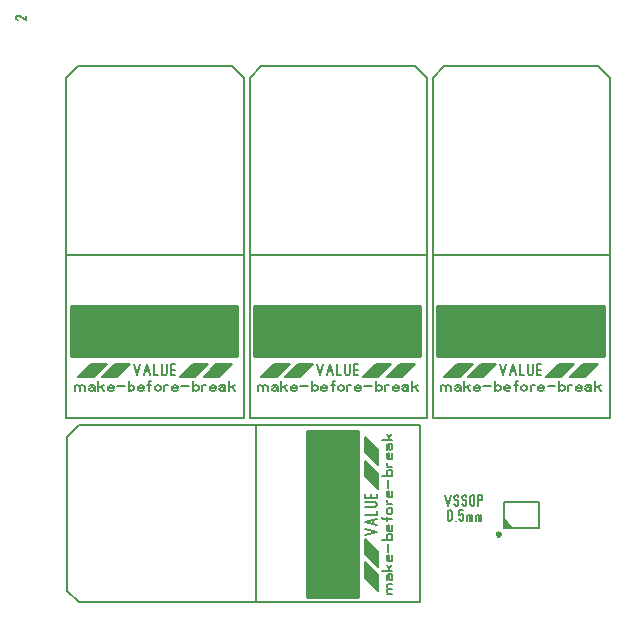
<source format=gbr>
%FSLAX34Y34*%
%MOMM*%
%LNSILK_TOP*%
G71*
G01*
%ADD10C, 0.159*%
%ADD11C, 0.200*%
%ADD12C, 0.150*%
%ADD13C, 0.175*%
%ADD14C, 0.300*%
%ADD15C, 0.151*%
%LPD*%
G54D10*
X0Y3556D02*
X0Y0D01*
X-556Y0D01*
X-1667Y444D01*
X-5000Y3111D01*
X-6111Y3556D01*
X-7222Y3556D01*
X-8333Y3111D01*
X-8889Y2222D01*
X-8889Y1333D01*
X-8333Y444D01*
X-7222Y0D01*
G54D10*
X354763Y-402392D02*
X356986Y-411280D01*
X359208Y-402392D01*
G54D10*
X362318Y-409614D02*
X362763Y-410725D01*
X363652Y-411280D01*
X364541Y-411280D01*
X365430Y-410725D01*
X365874Y-409614D01*
X365874Y-408503D01*
X365430Y-407392D01*
X364541Y-406836D01*
X363652Y-406836D01*
X362763Y-406280D01*
X362318Y-405170D01*
X362318Y-404058D01*
X362763Y-402947D01*
X363652Y-402392D01*
X364541Y-402392D01*
X365430Y-402947D01*
X365874Y-404058D01*
G54D10*
X368985Y-409614D02*
X369430Y-410725D01*
X370319Y-411280D01*
X371208Y-411280D01*
X372097Y-410725D01*
X372541Y-409614D01*
X372541Y-408503D01*
X372097Y-407392D01*
X371208Y-406836D01*
X370319Y-406836D01*
X369430Y-406280D01*
X368985Y-405170D01*
X368985Y-404058D01*
X369430Y-402947D01*
X370319Y-402392D01*
X371208Y-402392D01*
X372097Y-402947D01*
X372541Y-404058D01*
G54D10*
X379208Y-404058D02*
X379208Y-409614D01*
X378764Y-410725D01*
X377875Y-411280D01*
X376986Y-411280D01*
X376097Y-410725D01*
X375652Y-409614D01*
X375652Y-404058D01*
X376097Y-402947D01*
X376986Y-402392D01*
X377875Y-402392D01*
X378764Y-402947D01*
X379208Y-404058D01*
G54D10*
X382319Y-411280D02*
X382319Y-402392D01*
X384542Y-402392D01*
X385431Y-402947D01*
X385875Y-404058D01*
X385875Y-405170D01*
X385431Y-406280D01*
X384542Y-406836D01*
X382319Y-406836D01*
G54D11*
X434097Y-429919D02*
X404097Y-429919D01*
X404097Y-407919D01*
X434097Y-407919D01*
X434097Y-429919D01*
G36*
X404097Y-422919D02*
X411097Y-429919D01*
X404097Y-429919D01*
X404097Y-422919D01*
G37*
G54D11*
X404097Y-422919D02*
X411097Y-429919D01*
X404097Y-429919D01*
X404097Y-422919D01*
G54D11*
G75*
G01X402097Y-435919D02*
G03X402097Y-435919I-2000J0D01*
G01*
G36*
G75*
G01X402097Y-435919D02*
G03X402097Y-435919I-2000J0D01*
G01*
G37*
X402097Y-435919D01*
G54D10*
X360319Y-417058D02*
X360319Y-422614D01*
X359875Y-423725D01*
X358986Y-424280D01*
X358097Y-424280D01*
X357208Y-423725D01*
X356763Y-422614D01*
X356763Y-417058D01*
X357208Y-415947D01*
X358097Y-415392D01*
X358986Y-415392D01*
X359875Y-415947D01*
X360319Y-417058D01*
G54D10*
X363430Y-424280D02*
X363430Y-424280D01*
G54D10*
X370097Y-415392D02*
X366541Y-415392D01*
X366541Y-419280D01*
X366986Y-419280D01*
X367875Y-418725D01*
X368764Y-418725D01*
X369653Y-419280D01*
X370097Y-420392D01*
X370097Y-422614D01*
X369653Y-423725D01*
X368764Y-424280D01*
X367875Y-424280D01*
X366986Y-423725D01*
X366541Y-422614D01*
G54D10*
X373208Y-424280D02*
X373208Y-419280D01*
G54D10*
X373208Y-420170D02*
X374097Y-419280D01*
X374986Y-419614D01*
X375431Y-420392D01*
X375431Y-424280D01*
G54D10*
X375431Y-420170D02*
X376320Y-419280D01*
X377208Y-419614D01*
X377653Y-420392D01*
X377653Y-424280D01*
G54D10*
X380763Y-424280D02*
X380763Y-419280D01*
G54D10*
X380763Y-420170D02*
X381652Y-419280D01*
X382541Y-419614D01*
X382986Y-420392D01*
X382986Y-424280D01*
G54D10*
X382986Y-420170D02*
X383875Y-419280D01*
X384763Y-419614D01*
X385208Y-420392D01*
X385208Y-424280D01*
G54D12*
X184000Y-199000D02*
X34000Y-199000D01*
G54D13*
X91319Y-291278D02*
X93764Y-301056D01*
X96208Y-291278D01*
G54D13*
X99630Y-301056D02*
X102074Y-291278D01*
X104519Y-301056D01*
G54D13*
X100608Y-297389D02*
X103541Y-297389D01*
G54D13*
X107941Y-291278D02*
X107941Y-301056D01*
X111363Y-301056D01*
G54D13*
X114785Y-291278D02*
X114785Y-299222D01*
X115274Y-300444D01*
X116252Y-301056D01*
X117230Y-301056D01*
X118207Y-300444D01*
X118696Y-299222D01*
X118696Y-291278D01*
G54D13*
X125540Y-301056D02*
X122118Y-301056D01*
X122118Y-291278D01*
X125540Y-291278D01*
G54D13*
X122118Y-296167D02*
X125540Y-296167D01*
G36*
X38669Y-242919D02*
X178669Y-242919D01*
X178669Y-284919D01*
X38669Y-284919D01*
X38669Y-242919D01*
G37*
G54D14*
X38669Y-242919D02*
X178669Y-242919D01*
X178669Y-284919D01*
X38669Y-284919D01*
X38669Y-242919D01*
G54D12*
X34000Y-49000D02*
X44000Y-39000D01*
X174000Y-39000D01*
X184000Y-49000D01*
X184000Y-337500D01*
X34000Y-337500D01*
X34000Y-49000D01*
G36*
X88000Y-291000D02*
X77000Y-302000D01*
X64000Y-302000D01*
X75000Y-291000D01*
X88000Y-291000D01*
G37*
G54D12*
X88000Y-291000D02*
X77000Y-302000D01*
X64000Y-302000D01*
X75000Y-291000D01*
X88000Y-291000D01*
G36*
X68000Y-291000D02*
X57000Y-302000D01*
X44000Y-302000D01*
X55000Y-291000D01*
X68000Y-291000D01*
G37*
G54D12*
X68000Y-291000D02*
X57000Y-302000D01*
X44000Y-302000D01*
X55000Y-291000D01*
X68000Y-291000D01*
G36*
X154000Y-291000D02*
X143000Y-302000D01*
X130000Y-302000D01*
X141000Y-291000D01*
X154000Y-291000D01*
G37*
G54D12*
X154000Y-291000D02*
X143000Y-302000D01*
X130000Y-302000D01*
X141000Y-291000D01*
X154000Y-291000D01*
G36*
X174000Y-291000D02*
X163000Y-302000D01*
X150000Y-302000D01*
X161000Y-291000D01*
X174000Y-291000D01*
G37*
G54D12*
X174000Y-291000D02*
X163000Y-302000D01*
X150000Y-302000D01*
X161000Y-291000D01*
X174000Y-291000D01*
G54D15*
X41319Y-314056D02*
X41319Y-309306D01*
G54D15*
X41319Y-310150D02*
X43008Y-309306D01*
X44697Y-309622D01*
X45541Y-310361D01*
X45541Y-314056D01*
G54D15*
X45541Y-310150D02*
X47230Y-309306D01*
X48919Y-309622D01*
X49763Y-310361D01*
X49763Y-314056D01*
G54D15*
X52719Y-309833D02*
X54408Y-309306D01*
X56435Y-309306D01*
X57786Y-310361D01*
X57786Y-314056D01*
G54D15*
X57786Y-312472D02*
X56941Y-311417D01*
X55252Y-311206D01*
X53563Y-311417D01*
X52719Y-312472D01*
X53057Y-313528D01*
X54408Y-314056D01*
X55252Y-314056D01*
X55590Y-314056D01*
X56941Y-313528D01*
X57786Y-312472D01*
G54D15*
X60742Y-314056D02*
X60742Y-305611D01*
G54D15*
X63275Y-310889D02*
X65809Y-314056D01*
G54D15*
X60742Y-311944D02*
X65809Y-309306D01*
G54D15*
X73832Y-313528D02*
X72481Y-314056D01*
X70792Y-314056D01*
X69103Y-313528D01*
X68765Y-312472D01*
X68765Y-310678D01*
X69609Y-309622D01*
X71298Y-309306D01*
X72987Y-309622D01*
X73832Y-310361D01*
X73832Y-311417D01*
X68765Y-311417D01*
G54D15*
X76788Y-310361D02*
X83544Y-310361D01*
G54D15*
X86500Y-314056D02*
X86500Y-305611D01*
G54D15*
X86500Y-310678D02*
X87344Y-309622D01*
X89033Y-309306D01*
X90722Y-309622D01*
X91567Y-310678D01*
X91567Y-312789D01*
X90722Y-313844D01*
X89033Y-314056D01*
X87344Y-313844D01*
X86500Y-312789D01*
G54D15*
X99590Y-313528D02*
X98239Y-314056D01*
X96550Y-314056D01*
X94861Y-313528D01*
X94523Y-312472D01*
X94523Y-310678D01*
X95367Y-309622D01*
X97056Y-309306D01*
X98745Y-309622D01*
X99590Y-310361D01*
X99590Y-311417D01*
X94523Y-311417D01*
G54D15*
X104235Y-314056D02*
X104235Y-306139D01*
X105079Y-305611D01*
X105924Y-305928D01*
G54D15*
X102546Y-309306D02*
X105924Y-309306D01*
G54D15*
X113947Y-312789D02*
X113947Y-310678D01*
X113102Y-309622D01*
X111413Y-309306D01*
X109724Y-309622D01*
X108880Y-310678D01*
X108880Y-312789D01*
X109724Y-313844D01*
X111413Y-314056D01*
X113102Y-313844D01*
X113947Y-312789D01*
G54D15*
X116903Y-314056D02*
X116903Y-309306D01*
G54D15*
X116903Y-310361D02*
X118592Y-309306D01*
X120281Y-309306D01*
G54D15*
X128304Y-313528D02*
X126953Y-314056D01*
X125264Y-314056D01*
X123575Y-313528D01*
X123237Y-312472D01*
X123237Y-310678D01*
X124081Y-309622D01*
X125770Y-309306D01*
X127459Y-309622D01*
X128304Y-310361D01*
X128304Y-311417D01*
X123237Y-311417D01*
G54D15*
X131260Y-310361D02*
X138016Y-310361D01*
G54D15*
X140972Y-314056D02*
X140972Y-305611D01*
G54D15*
X140972Y-310678D02*
X141816Y-309622D01*
X143505Y-309306D01*
X145194Y-309622D01*
X146039Y-310678D01*
X146039Y-312789D01*
X145194Y-313844D01*
X143505Y-314056D01*
X141816Y-313844D01*
X140972Y-312789D01*
G54D15*
X148995Y-314056D02*
X148995Y-309306D01*
G54D15*
X148995Y-310361D02*
X150684Y-309306D01*
X152373Y-309306D01*
G54D15*
X160396Y-313528D02*
X159044Y-314056D01*
X157356Y-314056D01*
X155667Y-313528D01*
X155329Y-312472D01*
X155329Y-310678D01*
X156173Y-309622D01*
X157862Y-309306D01*
X159551Y-309622D01*
X160396Y-310361D01*
X160396Y-311417D01*
X155329Y-311417D01*
G54D15*
X163352Y-309833D02*
X165041Y-309306D01*
X167067Y-309306D01*
X168419Y-310361D01*
X168419Y-314056D01*
G54D15*
X168419Y-312472D02*
X167574Y-311417D01*
X165885Y-311206D01*
X164196Y-311417D01*
X163352Y-312472D01*
X163690Y-313528D01*
X165041Y-314056D01*
X165885Y-314056D01*
X166223Y-314056D01*
X167574Y-313528D01*
X168419Y-312472D01*
G54D15*
X171375Y-314056D02*
X171375Y-305611D01*
G54D15*
X173908Y-310889D02*
X176442Y-314056D01*
G54D15*
X171375Y-311944D02*
X176442Y-309306D01*
G54D12*
X339000Y-199000D02*
X189000Y-199000D01*
G54D13*
X246319Y-291278D02*
X248764Y-301056D01*
X251208Y-291278D01*
G54D13*
X254630Y-301056D02*
X257074Y-291278D01*
X259519Y-301056D01*
G54D13*
X255608Y-297389D02*
X258541Y-297389D01*
G54D13*
X262941Y-291278D02*
X262941Y-301056D01*
X266363Y-301056D01*
G54D13*
X269785Y-291278D02*
X269785Y-299222D01*
X270274Y-300444D01*
X271252Y-301056D01*
X272230Y-301056D01*
X273207Y-300444D01*
X273696Y-299222D01*
X273696Y-291278D01*
G54D13*
X280540Y-301056D02*
X277118Y-301056D01*
X277118Y-291278D01*
X280540Y-291278D01*
G54D13*
X277118Y-296167D02*
X280540Y-296167D01*
G36*
X193669Y-242919D02*
X333669Y-242919D01*
X333669Y-284919D01*
X193669Y-284919D01*
X193669Y-242919D01*
G37*
G54D14*
X193669Y-242919D02*
X333669Y-242919D01*
X333669Y-284919D01*
X193669Y-284919D01*
X193669Y-242919D01*
G54D12*
X189000Y-49000D02*
X199000Y-39000D01*
X329000Y-39000D01*
X339000Y-49000D01*
X339000Y-337500D01*
X189000Y-337500D01*
X189000Y-49000D01*
G36*
X243000Y-291000D02*
X232000Y-302000D01*
X219000Y-302000D01*
X230000Y-291000D01*
X243000Y-291000D01*
G37*
G54D12*
X243000Y-291000D02*
X232000Y-302000D01*
X219000Y-302000D01*
X230000Y-291000D01*
X243000Y-291000D01*
G36*
X223000Y-291000D02*
X212000Y-302000D01*
X199000Y-302000D01*
X210000Y-291000D01*
X223000Y-291000D01*
G37*
G54D12*
X223000Y-291000D02*
X212000Y-302000D01*
X199000Y-302000D01*
X210000Y-291000D01*
X223000Y-291000D01*
G36*
X309000Y-291000D02*
X298000Y-302000D01*
X285000Y-302000D01*
X296000Y-291000D01*
X309000Y-291000D01*
G37*
G54D12*
X309000Y-291000D02*
X298000Y-302000D01*
X285000Y-302000D01*
X296000Y-291000D01*
X309000Y-291000D01*
G36*
X329000Y-291000D02*
X318000Y-302000D01*
X305000Y-302000D01*
X316000Y-291000D01*
X329000Y-291000D01*
G37*
G54D12*
X329000Y-291000D02*
X318000Y-302000D01*
X305000Y-302000D01*
X316000Y-291000D01*
X329000Y-291000D01*
G54D15*
X196319Y-314056D02*
X196319Y-309306D01*
G54D15*
X196319Y-310150D02*
X198008Y-309306D01*
X199697Y-309622D01*
X200541Y-310361D01*
X200541Y-314056D01*
G54D15*
X200541Y-310150D02*
X202230Y-309306D01*
X203919Y-309622D01*
X204763Y-310361D01*
X204763Y-314056D01*
G54D15*
X207719Y-309833D02*
X209408Y-309306D01*
X211435Y-309306D01*
X212786Y-310361D01*
X212786Y-314056D01*
G54D15*
X212786Y-312472D02*
X211941Y-311417D01*
X210252Y-311206D01*
X208563Y-311417D01*
X207719Y-312472D01*
X208057Y-313528D01*
X209408Y-314056D01*
X210252Y-314056D01*
X210590Y-314056D01*
X211941Y-313528D01*
X212786Y-312472D01*
G54D15*
X215742Y-314056D02*
X215742Y-305611D01*
G54D15*
X218275Y-310889D02*
X220809Y-314056D01*
G54D15*
X215742Y-311944D02*
X220809Y-309306D01*
G54D15*
X228832Y-313528D02*
X227481Y-314056D01*
X225792Y-314056D01*
X224103Y-313528D01*
X223765Y-312472D01*
X223765Y-310678D01*
X224609Y-309622D01*
X226298Y-309306D01*
X227987Y-309622D01*
X228832Y-310361D01*
X228832Y-311417D01*
X223765Y-311417D01*
G54D15*
X231788Y-310361D02*
X238544Y-310361D01*
G54D15*
X241500Y-314056D02*
X241500Y-305611D01*
G54D15*
X241500Y-310678D02*
X242344Y-309622D01*
X244033Y-309306D01*
X245722Y-309622D01*
X246567Y-310678D01*
X246567Y-312789D01*
X245722Y-313844D01*
X244033Y-314056D01*
X242344Y-313844D01*
X241500Y-312789D01*
G54D15*
X254590Y-313528D02*
X253239Y-314056D01*
X251550Y-314056D01*
X249861Y-313528D01*
X249523Y-312472D01*
X249523Y-310678D01*
X250367Y-309622D01*
X252056Y-309306D01*
X253745Y-309622D01*
X254590Y-310361D01*
X254590Y-311417D01*
X249523Y-311417D01*
G54D15*
X259235Y-314056D02*
X259235Y-306139D01*
X260079Y-305611D01*
X260924Y-305928D01*
G54D15*
X257546Y-309306D02*
X260924Y-309306D01*
G54D15*
X268947Y-312789D02*
X268947Y-310678D01*
X268102Y-309622D01*
X266413Y-309306D01*
X264724Y-309622D01*
X263880Y-310678D01*
X263880Y-312789D01*
X264724Y-313844D01*
X266413Y-314056D01*
X268102Y-313844D01*
X268947Y-312789D01*
G54D15*
X271903Y-314056D02*
X271903Y-309306D01*
G54D15*
X271903Y-310361D02*
X273592Y-309306D01*
X275281Y-309306D01*
G54D15*
X283304Y-313528D02*
X281953Y-314056D01*
X280264Y-314056D01*
X278575Y-313528D01*
X278237Y-312472D01*
X278237Y-310678D01*
X279081Y-309622D01*
X280770Y-309306D01*
X282459Y-309622D01*
X283304Y-310361D01*
X283304Y-311417D01*
X278237Y-311417D01*
G54D15*
X286260Y-310361D02*
X293016Y-310361D01*
G54D15*
X295972Y-314056D02*
X295972Y-305611D01*
G54D15*
X295972Y-310678D02*
X296816Y-309622D01*
X298505Y-309306D01*
X300194Y-309622D01*
X301039Y-310678D01*
X301039Y-312789D01*
X300194Y-313844D01*
X298505Y-314056D01*
X296816Y-313844D01*
X295972Y-312789D01*
G54D15*
X303995Y-314056D02*
X303995Y-309306D01*
G54D15*
X303995Y-310361D02*
X305684Y-309306D01*
X307373Y-309306D01*
G54D15*
X315396Y-313528D02*
X314044Y-314056D01*
X312356Y-314056D01*
X310667Y-313528D01*
X310329Y-312472D01*
X310329Y-310678D01*
X311173Y-309622D01*
X312862Y-309306D01*
X314551Y-309622D01*
X315396Y-310361D01*
X315396Y-311417D01*
X310329Y-311417D01*
G54D15*
X318352Y-309833D02*
X320041Y-309306D01*
X322067Y-309306D01*
X323419Y-310361D01*
X323419Y-314056D01*
G54D15*
X323419Y-312472D02*
X322574Y-311417D01*
X320885Y-311206D01*
X319196Y-311417D01*
X318352Y-312472D01*
X318690Y-313528D01*
X320041Y-314056D01*
X320885Y-314056D01*
X321223Y-314056D01*
X322574Y-313528D01*
X323419Y-312472D01*
G54D15*
X326375Y-314056D02*
X326375Y-305611D01*
G54D15*
X328908Y-310889D02*
X331442Y-314056D01*
G54D15*
X326375Y-311944D02*
X331442Y-309306D01*
G54D12*
X494000Y-199000D02*
X344000Y-199000D01*
G54D13*
X401319Y-291278D02*
X403764Y-301056D01*
X406208Y-291278D01*
G54D13*
X409630Y-301056D02*
X412074Y-291278D01*
X414519Y-301056D01*
G54D13*
X410608Y-297389D02*
X413541Y-297389D01*
G54D13*
X417941Y-291278D02*
X417941Y-301056D01*
X421363Y-301056D01*
G54D13*
X424785Y-291278D02*
X424785Y-299222D01*
X425274Y-300444D01*
X426252Y-301056D01*
X427230Y-301056D01*
X428207Y-300444D01*
X428696Y-299222D01*
X428696Y-291278D01*
G54D13*
X435540Y-301056D02*
X432118Y-301056D01*
X432118Y-291278D01*
X435540Y-291278D01*
G54D13*
X432118Y-296167D02*
X435540Y-296167D01*
G36*
X348669Y-242919D02*
X488669Y-242919D01*
X488669Y-284919D01*
X348669Y-284919D01*
X348669Y-242919D01*
G37*
G54D14*
X348669Y-242919D02*
X488669Y-242919D01*
X488669Y-284919D01*
X348669Y-284919D01*
X348669Y-242919D01*
G54D12*
X344000Y-49000D02*
X354000Y-39000D01*
X484000Y-39000D01*
X494000Y-49000D01*
X494000Y-337500D01*
X344000Y-337500D01*
X344000Y-49000D01*
G36*
X398000Y-291000D02*
X387000Y-302000D01*
X374000Y-302000D01*
X385000Y-291000D01*
X398000Y-291000D01*
G37*
G54D12*
X398000Y-291000D02*
X387000Y-302000D01*
X374000Y-302000D01*
X385000Y-291000D01*
X398000Y-291000D01*
G36*
X378000Y-291000D02*
X367000Y-302000D01*
X354000Y-302000D01*
X365000Y-291000D01*
X378000Y-291000D01*
G37*
G54D12*
X378000Y-291000D02*
X367000Y-302000D01*
X354000Y-302000D01*
X365000Y-291000D01*
X378000Y-291000D01*
G36*
X464000Y-291000D02*
X453000Y-302000D01*
X440000Y-302000D01*
X451000Y-291000D01*
X464000Y-291000D01*
G37*
G54D12*
X464000Y-291000D02*
X453000Y-302000D01*
X440000Y-302000D01*
X451000Y-291000D01*
X464000Y-291000D01*
G36*
X484000Y-291000D02*
X473000Y-302000D01*
X460000Y-302000D01*
X471000Y-291000D01*
X484000Y-291000D01*
G37*
G54D12*
X484000Y-291000D02*
X473000Y-302000D01*
X460000Y-302000D01*
X471000Y-291000D01*
X484000Y-291000D01*
G54D15*
X351319Y-314056D02*
X351319Y-309306D01*
G54D15*
X351319Y-310150D02*
X353008Y-309306D01*
X354697Y-309622D01*
X355541Y-310361D01*
X355541Y-314056D01*
G54D15*
X355541Y-310150D02*
X357230Y-309306D01*
X358919Y-309622D01*
X359763Y-310361D01*
X359763Y-314056D01*
G54D15*
X362719Y-309833D02*
X364408Y-309306D01*
X366435Y-309306D01*
X367786Y-310361D01*
X367786Y-314056D01*
G54D15*
X367786Y-312472D02*
X366941Y-311417D01*
X365252Y-311206D01*
X363563Y-311417D01*
X362719Y-312472D01*
X363057Y-313528D01*
X364408Y-314056D01*
X365252Y-314056D01*
X365590Y-314056D01*
X366941Y-313528D01*
X367786Y-312472D01*
G54D15*
X370742Y-314056D02*
X370742Y-305611D01*
G54D15*
X373275Y-310889D02*
X375809Y-314056D01*
G54D15*
X370742Y-311944D02*
X375809Y-309306D01*
G54D15*
X383832Y-313528D02*
X382481Y-314056D01*
X380792Y-314056D01*
X379103Y-313528D01*
X378765Y-312472D01*
X378765Y-310678D01*
X379609Y-309622D01*
X381298Y-309306D01*
X382987Y-309622D01*
X383832Y-310361D01*
X383832Y-311417D01*
X378765Y-311417D01*
G54D15*
X386788Y-310361D02*
X393544Y-310361D01*
G54D15*
X396500Y-314056D02*
X396500Y-305611D01*
G54D15*
X396500Y-310678D02*
X397344Y-309622D01*
X399033Y-309306D01*
X400722Y-309622D01*
X401567Y-310678D01*
X401567Y-312789D01*
X400722Y-313844D01*
X399033Y-314056D01*
X397344Y-313844D01*
X396500Y-312789D01*
G54D15*
X409590Y-313528D02*
X408239Y-314056D01*
X406550Y-314056D01*
X404861Y-313528D01*
X404523Y-312472D01*
X404523Y-310678D01*
X405367Y-309622D01*
X407056Y-309306D01*
X408745Y-309622D01*
X409590Y-310361D01*
X409590Y-311417D01*
X404523Y-311417D01*
G54D15*
X414235Y-314056D02*
X414235Y-306139D01*
X415079Y-305611D01*
X415924Y-305928D01*
G54D15*
X412546Y-309306D02*
X415924Y-309306D01*
G54D15*
X423947Y-312789D02*
X423947Y-310678D01*
X423102Y-309622D01*
X421413Y-309306D01*
X419724Y-309622D01*
X418880Y-310678D01*
X418880Y-312789D01*
X419724Y-313844D01*
X421413Y-314056D01*
X423102Y-313844D01*
X423947Y-312789D01*
G54D15*
X426903Y-314056D02*
X426903Y-309306D01*
G54D15*
X426903Y-310361D02*
X428592Y-309306D01*
X430281Y-309306D01*
G54D15*
X438304Y-313528D02*
X436953Y-314056D01*
X435264Y-314056D01*
X433575Y-313528D01*
X433237Y-312472D01*
X433237Y-310678D01*
X434081Y-309622D01*
X435770Y-309306D01*
X437459Y-309622D01*
X438304Y-310361D01*
X438304Y-311417D01*
X433237Y-311417D01*
G54D15*
X441260Y-310361D02*
X448016Y-310361D01*
G54D15*
X450972Y-314056D02*
X450972Y-305611D01*
G54D15*
X450972Y-310678D02*
X451816Y-309622D01*
X453505Y-309306D01*
X455194Y-309622D01*
X456039Y-310678D01*
X456039Y-312789D01*
X455194Y-313844D01*
X453505Y-314056D01*
X451816Y-313844D01*
X450972Y-312789D01*
G54D15*
X458995Y-314056D02*
X458995Y-309306D01*
G54D15*
X458995Y-310361D02*
X460684Y-309306D01*
X462373Y-309306D01*
G54D15*
X470396Y-313528D02*
X469044Y-314056D01*
X467356Y-314056D01*
X465667Y-313528D01*
X465329Y-312472D01*
X465329Y-310678D01*
X466173Y-309622D01*
X467862Y-309306D01*
X469551Y-309622D01*
X470396Y-310361D01*
X470396Y-311417D01*
X465329Y-311417D01*
G54D15*
X473352Y-309833D02*
X475041Y-309306D01*
X477068Y-309306D01*
X478419Y-310361D01*
X478419Y-314056D01*
G54D15*
X478419Y-312472D02*
X477574Y-311417D01*
X475885Y-311206D01*
X474196Y-311417D01*
X473352Y-312472D01*
X473690Y-313528D01*
X475041Y-314056D01*
X475885Y-314056D01*
X476223Y-314056D01*
X477574Y-313528D01*
X478419Y-312472D01*
G54D15*
X481375Y-314056D02*
X481375Y-305611D01*
G54D15*
X483908Y-310889D02*
X486442Y-314056D01*
G54D15*
X481375Y-311944D02*
X486442Y-309306D01*
G54D12*
X194750Y-343250D02*
X194750Y-493250D01*
G54D13*
X287028Y-435931D02*
X296806Y-433486D01*
X287028Y-431042D01*
G54D13*
X296806Y-427620D02*
X287028Y-425176D01*
X296806Y-422731D01*
G54D13*
X293139Y-426642D02*
X293139Y-423709D01*
G54D13*
X287028Y-419309D02*
X296806Y-419309D01*
X296806Y-415887D01*
G54D13*
X287028Y-412465D02*
X294972Y-412465D01*
X296194Y-411976D01*
X296806Y-410998D01*
X296806Y-410020D01*
X296194Y-409043D01*
X294972Y-408554D01*
X287028Y-408554D01*
G54D13*
X296806Y-401710D02*
X296806Y-405132D01*
X287028Y-405132D01*
X287028Y-401710D01*
G54D13*
X291917Y-405132D02*
X291917Y-401710D01*
G36*
X238669Y-488581D02*
X238669Y-348581D01*
X280669Y-348581D01*
X280669Y-488581D01*
X238669Y-488581D01*
G37*
G54D14*
X238669Y-488581D02*
X238669Y-348581D01*
X280669Y-348581D01*
X280669Y-488581D01*
X238669Y-488581D01*
G54D12*
X44750Y-493250D02*
X34750Y-483250D01*
X34750Y-353250D01*
X44750Y-343250D01*
X333250Y-343250D01*
X333250Y-493250D01*
X44750Y-493250D01*
G36*
X286750Y-439250D02*
X297750Y-450250D01*
X297750Y-463250D01*
X286750Y-452250D01*
X286750Y-439250D01*
G37*
G54D12*
X286750Y-439250D02*
X297750Y-450250D01*
X297750Y-463250D01*
X286750Y-452250D01*
X286750Y-439250D01*
G36*
X286750Y-459250D02*
X297750Y-470250D01*
X297750Y-483250D01*
X286750Y-472250D01*
X286750Y-459250D01*
G37*
G54D12*
X286750Y-459250D02*
X297750Y-470250D01*
X297750Y-483250D01*
X286750Y-472250D01*
X286750Y-459250D01*
G36*
X286750Y-373250D02*
X297750Y-384250D01*
X297750Y-397250D01*
X286750Y-386250D01*
X286750Y-373250D01*
G37*
G54D12*
X286750Y-373250D02*
X297750Y-384250D01*
X297750Y-397250D01*
X286750Y-386250D01*
X286750Y-373250D01*
G36*
X286750Y-353250D02*
X297750Y-364250D01*
X297750Y-377250D01*
X286750Y-366250D01*
X286750Y-353250D01*
G37*
G54D12*
X286750Y-353250D02*
X297750Y-364250D01*
X297750Y-377250D01*
X286750Y-366250D01*
X286750Y-353250D01*
G54D15*
X309806Y-485931D02*
X305056Y-485931D01*
G54D15*
X305900Y-485931D02*
X305056Y-484242D01*
X305372Y-482553D01*
X306111Y-481709D01*
X309806Y-481709D01*
G54D15*
X305900Y-481709D02*
X305056Y-480020D01*
X305372Y-478331D01*
X306111Y-477486D01*
X309806Y-477486D01*
G54D15*
X305583Y-474531D02*
X305056Y-472842D01*
X305056Y-470816D01*
X306111Y-469464D01*
X309806Y-469464D01*
G54D15*
X308222Y-469464D02*
X307167Y-470309D01*
X306956Y-471998D01*
X307167Y-473686D01*
X308222Y-474531D01*
X309278Y-474193D01*
X309806Y-472842D01*
X309806Y-471998D01*
X309806Y-471660D01*
X309278Y-470309D01*
X308222Y-469464D01*
G54D15*
X309806Y-466508D02*
X301361Y-466508D01*
G54D15*
X306639Y-463975D02*
X309806Y-461441D01*
G54D15*
X307694Y-466508D02*
X305056Y-461441D01*
G54D15*
X309278Y-453418D02*
X309806Y-454770D01*
X309806Y-456458D01*
X309278Y-458147D01*
X308222Y-458485D01*
X306428Y-458485D01*
X305372Y-457640D01*
X305056Y-455952D01*
X305372Y-454263D01*
X306111Y-453418D01*
X307167Y-453418D01*
X307167Y-458485D01*
G54D15*
X306111Y-450462D02*
X306111Y-443706D01*
G54D15*
X309806Y-440750D02*
X301361Y-440750D01*
G54D15*
X306428Y-440750D02*
X305372Y-439906D01*
X305056Y-438217D01*
X305372Y-436528D01*
X306428Y-435683D01*
X308539Y-435683D01*
X309594Y-436528D01*
X309806Y-438217D01*
X309594Y-439906D01*
X308539Y-440750D01*
G54D15*
X309278Y-427660D02*
X309806Y-429012D01*
X309806Y-430700D01*
X309278Y-432389D01*
X308222Y-432727D01*
X306428Y-432727D01*
X305372Y-431882D01*
X305056Y-430194D01*
X305372Y-428505D01*
X306111Y-427660D01*
X307167Y-427660D01*
X307167Y-432727D01*
G54D15*
X309806Y-423015D02*
X301889Y-423015D01*
X301361Y-422171D01*
X301678Y-421326D01*
G54D15*
X305056Y-424704D02*
X305056Y-421326D01*
G54D15*
X308539Y-413303D02*
X306428Y-413303D01*
X305372Y-414148D01*
X305056Y-415837D01*
X305372Y-417526D01*
X306428Y-418370D01*
X308539Y-418370D01*
X309594Y-417526D01*
X309806Y-415837D01*
X309594Y-414148D01*
X308539Y-413303D01*
G54D15*
X309806Y-410347D02*
X305056Y-410347D01*
G54D15*
X306111Y-410347D02*
X305056Y-408658D01*
X305056Y-406969D01*
G54D15*
X309278Y-398946D02*
X309806Y-400298D01*
X309806Y-401986D01*
X309278Y-403675D01*
X308222Y-404013D01*
X306428Y-404013D01*
X305372Y-403168D01*
X305056Y-401480D01*
X305372Y-399791D01*
X306111Y-398946D01*
X307167Y-398946D01*
X307167Y-404013D01*
G54D15*
X306111Y-395990D02*
X306111Y-389234D01*
G54D15*
X309806Y-386278D02*
X301361Y-386278D01*
G54D15*
X306428Y-386278D02*
X305372Y-385434D01*
X305056Y-383745D01*
X305372Y-382056D01*
X306428Y-381212D01*
X308539Y-381212D01*
X309594Y-382056D01*
X309806Y-383745D01*
X309594Y-385434D01*
X308539Y-386278D01*
G54D15*
X309806Y-378255D02*
X305056Y-378255D01*
G54D15*
X306111Y-378255D02*
X305056Y-376566D01*
X305056Y-374877D01*
G54D15*
X309278Y-366854D02*
X309806Y-368206D01*
X309806Y-369894D01*
X309278Y-371583D01*
X308222Y-371921D01*
X306428Y-371921D01*
X305372Y-371076D01*
X305056Y-369388D01*
X305372Y-367699D01*
X306111Y-366854D01*
X307167Y-366854D01*
X307167Y-371921D01*
G54D15*
X305583Y-363898D02*
X305056Y-362209D01*
X305056Y-360182D01*
X306111Y-358832D01*
X309806Y-358832D01*
G54D15*
X308222Y-358832D02*
X307167Y-359676D01*
X306956Y-361365D01*
X307167Y-363054D01*
X308222Y-363898D01*
X309278Y-363560D01*
X309806Y-362209D01*
X309806Y-361365D01*
X309806Y-361027D01*
X309278Y-359676D01*
X308222Y-358832D01*
G54D15*
X309806Y-355875D02*
X301361Y-355875D01*
G54D15*
X306639Y-353342D02*
X309806Y-350808D01*
G54D15*
X307694Y-355875D02*
X305056Y-350808D01*
M02*

</source>
